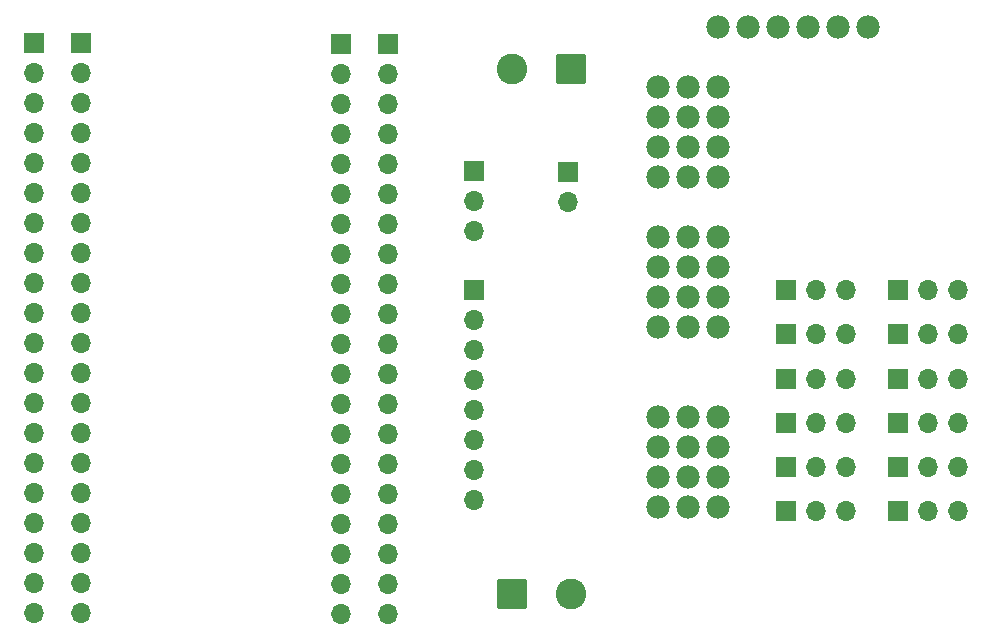
<source format=gbr>
%TF.GenerationSoftware,KiCad,Pcbnew,9.0.0*%
%TF.CreationDate,2025-03-26T16:29:40-04:00*%
%TF.ProjectId,spotmicro22mm,73706f74-6d69-4637-926f-32326d6d2e6b,rev?*%
%TF.SameCoordinates,Original*%
%TF.FileFunction,Soldermask,Top*%
%TF.FilePolarity,Negative*%
%FSLAX46Y46*%
G04 Gerber Fmt 4.6, Leading zero omitted, Abs format (unit mm)*
G04 Created by KiCad (PCBNEW 9.0.0) date 2025-03-26 16:29:40*
%MOMM*%
%LPD*%
G01*
G04 APERTURE LIST*
G04 Aperture macros list*
%AMRoundRect*
0 Rectangle with rounded corners*
0 $1 Rounding radius*
0 $2 $3 $4 $5 $6 $7 $8 $9 X,Y pos of 4 corners*
0 Add a 4 corners polygon primitive as box body*
4,1,4,$2,$3,$4,$5,$6,$7,$8,$9,$2,$3,0*
0 Add four circle primitives for the rounded corners*
1,1,$1+$1,$2,$3*
1,1,$1+$1,$4,$5*
1,1,$1+$1,$6,$7*
1,1,$1+$1,$8,$9*
0 Add four rect primitives between the rounded corners*
20,1,$1+$1,$2,$3,$4,$5,0*
20,1,$1+$1,$4,$5,$6,$7,0*
20,1,$1+$1,$6,$7,$8,$9,0*
20,1,$1+$1,$8,$9,$2,$3,0*%
G04 Aperture macros list end*
%ADD10R,1.700000X1.700000*%
%ADD11O,1.700000X1.700000*%
%ADD12RoundRect,0.250000X1.050000X1.050000X-1.050000X1.050000X-1.050000X-1.050000X1.050000X-1.050000X0*%
%ADD13C,2.600000*%
%ADD14RoundRect,0.250000X-1.050000X-1.050000X1.050000X-1.050000X1.050000X1.050000X-1.050000X1.050000X0*%
%ADD15C,1.982000*%
G04 APERTURE END LIST*
D10*
%TO.C,J9*%
X146170000Y-88000000D03*
D11*
X148710000Y-88000000D03*
X151250000Y-88000000D03*
%TD*%
D10*
%TO.C,J14*%
X86500000Y-63360000D03*
D11*
X86500000Y-65900000D03*
X86500000Y-68440000D03*
X86500000Y-70980000D03*
X86500000Y-73520000D03*
X86500000Y-76060000D03*
X86500000Y-78600000D03*
X86500000Y-81140000D03*
X86500000Y-83680000D03*
X86500000Y-86220000D03*
X86500000Y-88760000D03*
X86500000Y-91300000D03*
X86500000Y-93840000D03*
X86500000Y-96380000D03*
X86500000Y-98920000D03*
X86500000Y-101460000D03*
X86500000Y-104000000D03*
X86500000Y-106540000D03*
X86500000Y-109080000D03*
X86500000Y-111620000D03*
%TD*%
D10*
%TO.C,J6*%
X155670000Y-99250000D03*
D11*
X158210000Y-99250000D03*
X160750000Y-99250000D03*
%TD*%
D10*
%TO.C,J18*%
X127750000Y-74250000D03*
D11*
X127750000Y-76790000D03*
%TD*%
D12*
%TO.C,J21*%
X127993453Y-65577500D03*
D13*
X122993453Y-65577500D03*
%TD*%
D10*
%TO.C,J4*%
X155670000Y-91750000D03*
D11*
X158210000Y-91750000D03*
X160750000Y-91750000D03*
%TD*%
D10*
%TO.C,J17*%
X112500000Y-63400000D03*
D11*
X112500000Y-65940000D03*
X112500000Y-68480000D03*
X112500000Y-71020000D03*
X112500000Y-73560000D03*
X112500000Y-76100000D03*
X112500000Y-78640000D03*
X112500000Y-81180000D03*
X112500000Y-83720000D03*
X112500000Y-86260000D03*
X112500000Y-88800000D03*
X112500000Y-91340000D03*
X112500000Y-93880000D03*
X112500000Y-96420000D03*
X112500000Y-98960000D03*
X112500000Y-101500000D03*
X112500000Y-104040000D03*
X112500000Y-106580000D03*
X112500000Y-109120000D03*
X112500000Y-111660000D03*
%TD*%
D10*
%TO.C,J13*%
X146170000Y-103000000D03*
D11*
X148710000Y-103000000D03*
X151250000Y-103000000D03*
%TD*%
D10*
%TO.C,J3*%
X155670000Y-88000000D03*
D11*
X158210000Y-88000000D03*
X160750000Y-88000000D03*
%TD*%
D10*
%TO.C,J15*%
X108500000Y-63400000D03*
D11*
X108500000Y-65940000D03*
X108500000Y-68480000D03*
X108500000Y-71020000D03*
X108500000Y-73560000D03*
X108500000Y-76100000D03*
X108500000Y-78640000D03*
X108500000Y-81180000D03*
X108500000Y-83720000D03*
X108500000Y-86260000D03*
X108500000Y-88800000D03*
X108500000Y-91340000D03*
X108500000Y-93880000D03*
X108500000Y-96420000D03*
X108500000Y-98960000D03*
X108500000Y-101500000D03*
X108500000Y-104040000D03*
X108500000Y-106580000D03*
X108500000Y-109120000D03*
X108500000Y-111660000D03*
%TD*%
D10*
%TO.C,J11*%
X146170000Y-95500000D03*
D11*
X148710000Y-95500000D03*
X151250000Y-95500000D03*
%TD*%
D14*
%TO.C,J1*%
X123000000Y-110000000D03*
D13*
X128000000Y-110000000D03*
%TD*%
D10*
%TO.C,J16*%
X82500000Y-63360000D03*
D11*
X82500000Y-65900000D03*
X82500000Y-68440000D03*
X82500000Y-70980000D03*
X82500000Y-73520000D03*
X82500000Y-76060000D03*
X82500000Y-78600000D03*
X82500000Y-81140000D03*
X82500000Y-83680000D03*
X82500000Y-86220000D03*
X82500000Y-88760000D03*
X82500000Y-91300000D03*
X82500000Y-93840000D03*
X82500000Y-96380000D03*
X82500000Y-98920000D03*
X82500000Y-101460000D03*
X82500000Y-104000000D03*
X82500000Y-106540000D03*
X82500000Y-109080000D03*
X82500000Y-111620000D03*
%TD*%
D10*
%TO.C,J8*%
X146170000Y-84250000D03*
D11*
X148710000Y-84250000D03*
X151250000Y-84250000D03*
%TD*%
D10*
%TO.C,J5*%
X155670000Y-95500000D03*
D11*
X158210000Y-95500000D03*
X160750000Y-95500000D03*
%TD*%
D10*
%TO.C,J10*%
X146170000Y-91750000D03*
D11*
X148710000Y-91750000D03*
X151250000Y-91750000D03*
%TD*%
D10*
%TO.C,J20*%
X119800000Y-84260000D03*
D11*
X119800000Y-86800000D03*
X119800000Y-89340000D03*
X119800000Y-91880000D03*
X119800000Y-94420000D03*
X119800000Y-96960000D03*
X119800000Y-99500000D03*
X119800000Y-102040000D03*
%TD*%
D10*
%TO.C,J12*%
X146170000Y-99250000D03*
D11*
X148710000Y-99250000D03*
X151250000Y-99250000D03*
%TD*%
D10*
%TO.C,J19*%
X119750000Y-74210000D03*
D11*
X119750000Y-76750000D03*
X119750000Y-79290000D03*
%TD*%
D10*
%TO.C,J7*%
X155670000Y-103000000D03*
D11*
X158210000Y-103000000D03*
X160750000Y-103000000D03*
%TD*%
D15*
%TO.C,U2*%
X140440000Y-67050000D03*
X140440000Y-69590000D03*
X140440000Y-72130000D03*
X140440000Y-74670000D03*
X140440000Y-79750000D03*
X140440000Y-82290000D03*
X140440000Y-84830000D03*
X140440000Y-87370000D03*
X140440000Y-94990000D03*
X140440000Y-97530000D03*
X140440000Y-100070000D03*
X140440000Y-102610000D03*
X153140000Y-61970000D03*
X135360000Y-67050000D03*
X135360000Y-69590000D03*
X135360000Y-72130000D03*
X135360000Y-74670000D03*
X135360000Y-79750000D03*
X135360000Y-82290000D03*
X135360000Y-84830000D03*
X135360000Y-87370000D03*
X135360000Y-94990000D03*
X135360000Y-97530000D03*
X135360000Y-100070000D03*
X135360000Y-102610000D03*
X150600000Y-61970000D03*
X148060000Y-61970000D03*
X145520000Y-61970000D03*
X140440000Y-61970000D03*
X137900000Y-67050000D03*
X137900000Y-69590000D03*
X137900000Y-72130000D03*
X137900000Y-74670000D03*
X137900000Y-79750000D03*
X137900000Y-82290000D03*
X137900000Y-84830000D03*
X137900000Y-87370000D03*
X137900000Y-94990000D03*
X137900000Y-97530000D03*
X137900000Y-100070000D03*
X137900000Y-102610000D03*
X142980000Y-61970000D03*
%TD*%
D10*
%TO.C,J2*%
X155670000Y-84250000D03*
D11*
X158210000Y-84250000D03*
X160750000Y-84250000D03*
%TD*%
M02*

</source>
